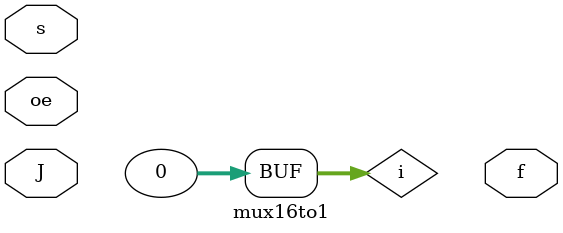
<source format=sv>
`timescale 1ns/1ns
module mux16to1(input [0:15]J,input [3:0]s,input oe ,output f);
      wire f1,f2,f3,f4;
      integer i=0;
      mux4to1low M1(.A({J[0],J[1],J[2],J[3]}),.s({s[1],s[0]}),.oe(0),.f(f1)),
                 M2(.A({J[4],J[5],J[6],J[7]}),.s({s[1],s[0]}),.oe(0),.f(f2)),
                 M3(.A({J[8],J[9],J[10],J[11]}),.s({s[1],s[0]}),.oe(0),.f(f3)),
                 M4(.A({J[12],J[13],J[14],J[15]}),.s({s[1],s[0]}),.oe(0),.f(f4)),
                 M5(.A({f1,f2,f3,f4}),.s({s[2],s[3]}),.oe(0),.f(0));
endmodule

</source>
